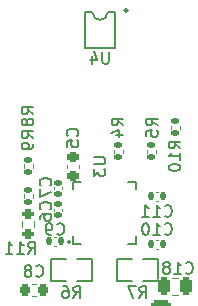
<source format=gbr>
%TF.GenerationSoftware,KiCad,Pcbnew,8.0.8*%
%TF.CreationDate,2025-03-27T14:33:37-07:00*%
%TF.ProjectId,pepper_stepper,70657070-6572-45f7-9374-65707065722e,rev?*%
%TF.SameCoordinates,Original*%
%TF.FileFunction,Legend,Bot*%
%TF.FilePolarity,Positive*%
%FSLAX46Y46*%
G04 Gerber Fmt 4.6, Leading zero omitted, Abs format (unit mm)*
G04 Created by KiCad (PCBNEW 8.0.8) date 2025-03-27 14:33:37*
%MOMM*%
%LPD*%
G01*
G04 APERTURE LIST*
G04 Aperture macros list*
%AMRoundRect*
0 Rectangle with rounded corners*
0 $1 Rounding radius*
0 $2 $3 $4 $5 $6 $7 $8 $9 X,Y pos of 4 corners*
0 Add a 4 corners polygon primitive as box body*
4,1,4,$2,$3,$4,$5,$6,$7,$8,$9,$2,$3,0*
0 Add four circle primitives for the rounded corners*
1,1,$1+$1,$2,$3*
1,1,$1+$1,$4,$5*
1,1,$1+$1,$6,$7*
1,1,$1+$1,$8,$9*
0 Add four rect primitives between the rounded corners*
20,1,$1+$1,$2,$3,$4,$5,0*
20,1,$1+$1,$4,$5,$6,$7,0*
20,1,$1+$1,$6,$7,$8,$9,0*
20,1,$1+$1,$8,$9,$2,$3,0*%
G04 Aperture macros list end*
%ADD10C,0.150000*%
%ADD11C,0.120000*%
%ADD12C,0.240000*%
%ADD13C,0.200000*%
%ADD14C,0.300000*%
%ADD15R,1.400000X1.400000*%
%ADD16C,1.400000*%
%ADD17RoundRect,0.250000X0.600000X0.725000X-0.600000X0.725000X-0.600000X-0.725000X0.600000X-0.725000X0*%
%ADD18O,1.700000X1.950000*%
%ADD19O,1.100000X1.700000*%
%ADD20RoundRect,0.250000X-0.250000X-0.475000X0.250000X-0.475000X0.250000X0.475000X-0.250000X0.475000X0*%
%ADD21RoundRect,0.140000X-0.140000X-0.170000X0.140000X-0.170000X0.140000X0.170000X-0.140000X0.170000X0*%
%ADD22R,1.130000X1.380000*%
%ADD23RoundRect,0.135000X-0.185000X0.135000X-0.185000X-0.135000X0.185000X-0.135000X0.185000X0.135000X0*%
%ADD24RoundRect,0.140000X0.170000X-0.140000X0.170000X0.140000X-0.170000X0.140000X-0.170000X-0.140000X0*%
%ADD25RoundRect,0.225000X0.225000X0.250000X-0.225000X0.250000X-0.225000X-0.250000X0.225000X-0.250000X0*%
%ADD26RoundRect,0.200000X0.275000X-0.200000X0.275000X0.200000X-0.275000X0.200000X-0.275000X-0.200000X0*%
%ADD27R,1.400000X0.410000*%
%ADD28RoundRect,0.135000X0.185000X-0.135000X0.185000X0.135000X-0.185000X0.135000X-0.185000X-0.135000X0*%
%ADD29O,0.900000X0.280000*%
%ADD30O,0.280000X0.900000*%
%ADD31R,3.500000X3.500000*%
%ADD32RoundRect,0.225000X0.250000X-0.225000X0.250000X0.225000X-0.250000X0.225000X-0.250000X-0.225000X0*%
%ADD33RoundRect,0.140000X0.140000X0.170000X-0.140000X0.170000X-0.140000X-0.170000X0.140000X-0.170000X0*%
G04 APERTURE END LIST*
D10*
X116212857Y-62589580D02*
X116260476Y-62637200D01*
X116260476Y-62637200D02*
X116403333Y-62684819D01*
X116403333Y-62684819D02*
X116498571Y-62684819D01*
X116498571Y-62684819D02*
X116641428Y-62637200D01*
X116641428Y-62637200D02*
X116736666Y-62541961D01*
X116736666Y-62541961D02*
X116784285Y-62446723D01*
X116784285Y-62446723D02*
X116831904Y-62256247D01*
X116831904Y-62256247D02*
X116831904Y-62113390D01*
X116831904Y-62113390D02*
X116784285Y-61922914D01*
X116784285Y-61922914D02*
X116736666Y-61827676D01*
X116736666Y-61827676D02*
X116641428Y-61732438D01*
X116641428Y-61732438D02*
X116498571Y-61684819D01*
X116498571Y-61684819D02*
X116403333Y-61684819D01*
X116403333Y-61684819D02*
X116260476Y-61732438D01*
X116260476Y-61732438D02*
X116212857Y-61780057D01*
X115260476Y-62684819D02*
X115831904Y-62684819D01*
X115546190Y-62684819D02*
X115546190Y-61684819D01*
X115546190Y-61684819D02*
X115641428Y-61827676D01*
X115641428Y-61827676D02*
X115736666Y-61922914D01*
X115736666Y-61922914D02*
X115831904Y-61970533D01*
X114689047Y-62113390D02*
X114784285Y-62065771D01*
X114784285Y-62065771D02*
X114831904Y-62018152D01*
X114831904Y-62018152D02*
X114879523Y-61922914D01*
X114879523Y-61922914D02*
X114879523Y-61875295D01*
X114879523Y-61875295D02*
X114831904Y-61780057D01*
X114831904Y-61780057D02*
X114784285Y-61732438D01*
X114784285Y-61732438D02*
X114689047Y-61684819D01*
X114689047Y-61684819D02*
X114498571Y-61684819D01*
X114498571Y-61684819D02*
X114403333Y-61732438D01*
X114403333Y-61732438D02*
X114355714Y-61780057D01*
X114355714Y-61780057D02*
X114308095Y-61875295D01*
X114308095Y-61875295D02*
X114308095Y-61922914D01*
X114308095Y-61922914D02*
X114355714Y-62018152D01*
X114355714Y-62018152D02*
X114403333Y-62065771D01*
X114403333Y-62065771D02*
X114498571Y-62113390D01*
X114498571Y-62113390D02*
X114689047Y-62113390D01*
X114689047Y-62113390D02*
X114784285Y-62161009D01*
X114784285Y-62161009D02*
X114831904Y-62208628D01*
X114831904Y-62208628D02*
X114879523Y-62303866D01*
X114879523Y-62303866D02*
X114879523Y-62494342D01*
X114879523Y-62494342D02*
X114831904Y-62589580D01*
X114831904Y-62589580D02*
X114784285Y-62637200D01*
X114784285Y-62637200D02*
X114689047Y-62684819D01*
X114689047Y-62684819D02*
X114498571Y-62684819D01*
X114498571Y-62684819D02*
X114403333Y-62637200D01*
X114403333Y-62637200D02*
X114355714Y-62589580D01*
X114355714Y-62589580D02*
X114308095Y-62494342D01*
X114308095Y-62494342D02*
X114308095Y-62303866D01*
X114308095Y-62303866D02*
X114355714Y-62208628D01*
X114355714Y-62208628D02*
X114403333Y-62161009D01*
X114403333Y-62161009D02*
X114498571Y-62113390D01*
X105322666Y-59287580D02*
X105370285Y-59335200D01*
X105370285Y-59335200D02*
X105513142Y-59382819D01*
X105513142Y-59382819D02*
X105608380Y-59382819D01*
X105608380Y-59382819D02*
X105751237Y-59335200D01*
X105751237Y-59335200D02*
X105846475Y-59239961D01*
X105846475Y-59239961D02*
X105894094Y-59144723D01*
X105894094Y-59144723D02*
X105941713Y-58954247D01*
X105941713Y-58954247D02*
X105941713Y-58811390D01*
X105941713Y-58811390D02*
X105894094Y-58620914D01*
X105894094Y-58620914D02*
X105846475Y-58525676D01*
X105846475Y-58525676D02*
X105751237Y-58430438D01*
X105751237Y-58430438D02*
X105608380Y-58382819D01*
X105608380Y-58382819D02*
X105513142Y-58382819D01*
X105513142Y-58382819D02*
X105370285Y-58430438D01*
X105370285Y-58430438D02*
X105322666Y-58478057D01*
X104846475Y-59382819D02*
X104655999Y-59382819D01*
X104655999Y-59382819D02*
X104560761Y-59335200D01*
X104560761Y-59335200D02*
X104513142Y-59287580D01*
X104513142Y-59287580D02*
X104417904Y-59144723D01*
X104417904Y-59144723D02*
X104370285Y-58954247D01*
X104370285Y-58954247D02*
X104370285Y-58573295D01*
X104370285Y-58573295D02*
X104417904Y-58478057D01*
X104417904Y-58478057D02*
X104465523Y-58430438D01*
X104465523Y-58430438D02*
X104560761Y-58382819D01*
X104560761Y-58382819D02*
X104751237Y-58382819D01*
X104751237Y-58382819D02*
X104846475Y-58430438D01*
X104846475Y-58430438D02*
X104894094Y-58478057D01*
X104894094Y-58478057D02*
X104941713Y-58573295D01*
X104941713Y-58573295D02*
X104941713Y-58811390D01*
X104941713Y-58811390D02*
X104894094Y-58906628D01*
X104894094Y-58906628D02*
X104846475Y-58954247D01*
X104846475Y-58954247D02*
X104751237Y-59001866D01*
X104751237Y-59001866D02*
X104560761Y-59001866D01*
X104560761Y-59001866D02*
X104465523Y-58954247D01*
X104465523Y-58954247D02*
X104417904Y-58906628D01*
X104417904Y-58906628D02*
X104370285Y-58811390D01*
X112307666Y-64716819D02*
X112640999Y-64240628D01*
X112879094Y-64716819D02*
X112879094Y-63716819D01*
X112879094Y-63716819D02*
X112498142Y-63716819D01*
X112498142Y-63716819D02*
X112402904Y-63764438D01*
X112402904Y-63764438D02*
X112355285Y-63812057D01*
X112355285Y-63812057D02*
X112307666Y-63907295D01*
X112307666Y-63907295D02*
X112307666Y-64050152D01*
X112307666Y-64050152D02*
X112355285Y-64145390D01*
X112355285Y-64145390D02*
X112402904Y-64193009D01*
X112402904Y-64193009D02*
X112498142Y-64240628D01*
X112498142Y-64240628D02*
X112879094Y-64240628D01*
X111974332Y-63716819D02*
X111307666Y-63716819D01*
X111307666Y-63716819D02*
X111736237Y-64716819D01*
X110944819Y-50114151D02*
X110468628Y-49780818D01*
X110944819Y-49542723D02*
X109944819Y-49542723D01*
X109944819Y-49542723D02*
X109944819Y-49923675D01*
X109944819Y-49923675D02*
X109992438Y-50018913D01*
X109992438Y-50018913D02*
X110040057Y-50066532D01*
X110040057Y-50066532D02*
X110135295Y-50114151D01*
X110135295Y-50114151D02*
X110278152Y-50114151D01*
X110278152Y-50114151D02*
X110373390Y-50066532D01*
X110373390Y-50066532D02*
X110421009Y-50018913D01*
X110421009Y-50018913D02*
X110468628Y-49923675D01*
X110468628Y-49923675D02*
X110468628Y-49542723D01*
X110278152Y-50971294D02*
X110944819Y-50971294D01*
X109897200Y-50733199D02*
X110611485Y-50495104D01*
X110611485Y-50495104D02*
X110611485Y-51114151D01*
X114434857Y-57763580D02*
X114482476Y-57811200D01*
X114482476Y-57811200D02*
X114625333Y-57858819D01*
X114625333Y-57858819D02*
X114720571Y-57858819D01*
X114720571Y-57858819D02*
X114863428Y-57811200D01*
X114863428Y-57811200D02*
X114958666Y-57715961D01*
X114958666Y-57715961D02*
X115006285Y-57620723D01*
X115006285Y-57620723D02*
X115053904Y-57430247D01*
X115053904Y-57430247D02*
X115053904Y-57287390D01*
X115053904Y-57287390D02*
X115006285Y-57096914D01*
X115006285Y-57096914D02*
X114958666Y-57001676D01*
X114958666Y-57001676D02*
X114863428Y-56906438D01*
X114863428Y-56906438D02*
X114720571Y-56858819D01*
X114720571Y-56858819D02*
X114625333Y-56858819D01*
X114625333Y-56858819D02*
X114482476Y-56906438D01*
X114482476Y-56906438D02*
X114434857Y-56954057D01*
X113482476Y-57858819D02*
X114053904Y-57858819D01*
X113768190Y-57858819D02*
X113768190Y-56858819D01*
X113768190Y-56858819D02*
X113863428Y-57001676D01*
X113863428Y-57001676D02*
X113958666Y-57096914D01*
X113958666Y-57096914D02*
X114053904Y-57144533D01*
X112530095Y-57858819D02*
X113101523Y-57858819D01*
X112815809Y-57858819D02*
X112815809Y-56858819D01*
X112815809Y-56858819D02*
X112911047Y-57001676D01*
X112911047Y-57001676D02*
X113006285Y-57096914D01*
X113006285Y-57096914D02*
X113101523Y-57144533D01*
X104753580Y-57226151D02*
X104801200Y-57178532D01*
X104801200Y-57178532D02*
X104848819Y-57035675D01*
X104848819Y-57035675D02*
X104848819Y-56940437D01*
X104848819Y-56940437D02*
X104801200Y-56797580D01*
X104801200Y-56797580D02*
X104705961Y-56702342D01*
X104705961Y-56702342D02*
X104610723Y-56654723D01*
X104610723Y-56654723D02*
X104420247Y-56607104D01*
X104420247Y-56607104D02*
X104277390Y-56607104D01*
X104277390Y-56607104D02*
X104086914Y-56654723D01*
X104086914Y-56654723D02*
X103991676Y-56702342D01*
X103991676Y-56702342D02*
X103896438Y-56797580D01*
X103896438Y-56797580D02*
X103848819Y-56940437D01*
X103848819Y-56940437D02*
X103848819Y-57035675D01*
X103848819Y-57035675D02*
X103896438Y-57178532D01*
X103896438Y-57178532D02*
X103944057Y-57226151D01*
X103848819Y-58083294D02*
X103848819Y-57892818D01*
X103848819Y-57892818D02*
X103896438Y-57797580D01*
X103896438Y-57797580D02*
X103944057Y-57749961D01*
X103944057Y-57749961D02*
X104086914Y-57654723D01*
X104086914Y-57654723D02*
X104277390Y-57607104D01*
X104277390Y-57607104D02*
X104658342Y-57607104D01*
X104658342Y-57607104D02*
X104753580Y-57654723D01*
X104753580Y-57654723D02*
X104801200Y-57702342D01*
X104801200Y-57702342D02*
X104848819Y-57797580D01*
X104848819Y-57797580D02*
X104848819Y-57988056D01*
X104848819Y-57988056D02*
X104801200Y-58083294D01*
X104801200Y-58083294D02*
X104753580Y-58130913D01*
X104753580Y-58130913D02*
X104658342Y-58178532D01*
X104658342Y-58178532D02*
X104420247Y-58178532D01*
X104420247Y-58178532D02*
X104325009Y-58130913D01*
X104325009Y-58130913D02*
X104277390Y-58083294D01*
X104277390Y-58083294D02*
X104229771Y-57988056D01*
X104229771Y-57988056D02*
X104229771Y-57797580D01*
X104229771Y-57797580D02*
X104277390Y-57702342D01*
X104277390Y-57702342D02*
X104325009Y-57654723D01*
X104325009Y-57654723D02*
X104420247Y-57607104D01*
X103544666Y-62843580D02*
X103592285Y-62891200D01*
X103592285Y-62891200D02*
X103735142Y-62938819D01*
X103735142Y-62938819D02*
X103830380Y-62938819D01*
X103830380Y-62938819D02*
X103973237Y-62891200D01*
X103973237Y-62891200D02*
X104068475Y-62795961D01*
X104068475Y-62795961D02*
X104116094Y-62700723D01*
X104116094Y-62700723D02*
X104163713Y-62510247D01*
X104163713Y-62510247D02*
X104163713Y-62367390D01*
X104163713Y-62367390D02*
X104116094Y-62176914D01*
X104116094Y-62176914D02*
X104068475Y-62081676D01*
X104068475Y-62081676D02*
X103973237Y-61986438D01*
X103973237Y-61986438D02*
X103830380Y-61938819D01*
X103830380Y-61938819D02*
X103735142Y-61938819D01*
X103735142Y-61938819D02*
X103592285Y-61986438D01*
X103592285Y-61986438D02*
X103544666Y-62034057D01*
X102973237Y-62367390D02*
X103068475Y-62319771D01*
X103068475Y-62319771D02*
X103116094Y-62272152D01*
X103116094Y-62272152D02*
X103163713Y-62176914D01*
X103163713Y-62176914D02*
X103163713Y-62129295D01*
X103163713Y-62129295D02*
X103116094Y-62034057D01*
X103116094Y-62034057D02*
X103068475Y-61986438D01*
X103068475Y-61986438D02*
X102973237Y-61938819D01*
X102973237Y-61938819D02*
X102782761Y-61938819D01*
X102782761Y-61938819D02*
X102687523Y-61986438D01*
X102687523Y-61986438D02*
X102639904Y-62034057D01*
X102639904Y-62034057D02*
X102592285Y-62129295D01*
X102592285Y-62129295D02*
X102592285Y-62176914D01*
X102592285Y-62176914D02*
X102639904Y-62272152D01*
X102639904Y-62272152D02*
X102687523Y-62319771D01*
X102687523Y-62319771D02*
X102782761Y-62367390D01*
X102782761Y-62367390D02*
X102973237Y-62367390D01*
X102973237Y-62367390D02*
X103068475Y-62415009D01*
X103068475Y-62415009D02*
X103116094Y-62462628D01*
X103116094Y-62462628D02*
X103163713Y-62557866D01*
X103163713Y-62557866D02*
X103163713Y-62748342D01*
X103163713Y-62748342D02*
X103116094Y-62843580D01*
X103116094Y-62843580D02*
X103068475Y-62891200D01*
X103068475Y-62891200D02*
X102973237Y-62938819D01*
X102973237Y-62938819D02*
X102782761Y-62938819D01*
X102782761Y-62938819D02*
X102687523Y-62891200D01*
X102687523Y-62891200D02*
X102639904Y-62843580D01*
X102639904Y-62843580D02*
X102592285Y-62748342D01*
X102592285Y-62748342D02*
X102592285Y-62557866D01*
X102592285Y-62557866D02*
X102639904Y-62462628D01*
X102639904Y-62462628D02*
X102687523Y-62415009D01*
X102687523Y-62415009D02*
X102782761Y-62367390D01*
X115770819Y-52062142D02*
X115294628Y-51728809D01*
X115770819Y-51490714D02*
X114770819Y-51490714D01*
X114770819Y-51490714D02*
X114770819Y-51871666D01*
X114770819Y-51871666D02*
X114818438Y-51966904D01*
X114818438Y-51966904D02*
X114866057Y-52014523D01*
X114866057Y-52014523D02*
X114961295Y-52062142D01*
X114961295Y-52062142D02*
X115104152Y-52062142D01*
X115104152Y-52062142D02*
X115199390Y-52014523D01*
X115199390Y-52014523D02*
X115247009Y-51966904D01*
X115247009Y-51966904D02*
X115294628Y-51871666D01*
X115294628Y-51871666D02*
X115294628Y-51490714D01*
X115770819Y-53014523D02*
X115770819Y-52443095D01*
X115770819Y-52728809D02*
X114770819Y-52728809D01*
X114770819Y-52728809D02*
X114913676Y-52633571D01*
X114913676Y-52633571D02*
X115008914Y-52538333D01*
X115008914Y-52538333D02*
X115056533Y-52443095D01*
X114770819Y-53633571D02*
X114770819Y-53728809D01*
X114770819Y-53728809D02*
X114818438Y-53824047D01*
X114818438Y-53824047D02*
X114866057Y-53871666D01*
X114866057Y-53871666D02*
X114961295Y-53919285D01*
X114961295Y-53919285D02*
X115151771Y-53966904D01*
X115151771Y-53966904D02*
X115389866Y-53966904D01*
X115389866Y-53966904D02*
X115580342Y-53919285D01*
X115580342Y-53919285D02*
X115675580Y-53871666D01*
X115675580Y-53871666D02*
X115723200Y-53824047D01*
X115723200Y-53824047D02*
X115770819Y-53728809D01*
X115770819Y-53728809D02*
X115770819Y-53633571D01*
X115770819Y-53633571D02*
X115723200Y-53538333D01*
X115723200Y-53538333D02*
X115675580Y-53490714D01*
X115675580Y-53490714D02*
X115580342Y-53443095D01*
X115580342Y-53443095D02*
X115389866Y-53395476D01*
X115389866Y-53395476D02*
X115151771Y-53395476D01*
X115151771Y-53395476D02*
X114961295Y-53443095D01*
X114961295Y-53443095D02*
X114866057Y-53490714D01*
X114866057Y-53490714D02*
X114818438Y-53538333D01*
X114818438Y-53538333D02*
X114770819Y-53633571D01*
X113865819Y-50125333D02*
X113389628Y-49792000D01*
X113865819Y-49553905D02*
X112865819Y-49553905D01*
X112865819Y-49553905D02*
X112865819Y-49934857D01*
X112865819Y-49934857D02*
X112913438Y-50030095D01*
X112913438Y-50030095D02*
X112961057Y-50077714D01*
X112961057Y-50077714D02*
X113056295Y-50125333D01*
X113056295Y-50125333D02*
X113199152Y-50125333D01*
X113199152Y-50125333D02*
X113294390Y-50077714D01*
X113294390Y-50077714D02*
X113342009Y-50030095D01*
X113342009Y-50030095D02*
X113389628Y-49934857D01*
X113389628Y-49934857D02*
X113389628Y-49553905D01*
X112865819Y-51030095D02*
X112865819Y-50553905D01*
X112865819Y-50553905D02*
X113342009Y-50506286D01*
X113342009Y-50506286D02*
X113294390Y-50553905D01*
X113294390Y-50553905D02*
X113246771Y-50649143D01*
X113246771Y-50649143D02*
X113246771Y-50887238D01*
X113246771Y-50887238D02*
X113294390Y-50982476D01*
X113294390Y-50982476D02*
X113342009Y-51030095D01*
X113342009Y-51030095D02*
X113437247Y-51077714D01*
X113437247Y-51077714D02*
X113675342Y-51077714D01*
X113675342Y-51077714D02*
X113770580Y-51030095D01*
X113770580Y-51030095D02*
X113818200Y-50982476D01*
X113818200Y-50982476D02*
X113865819Y-50887238D01*
X113865819Y-50887238D02*
X113865819Y-50649143D01*
X113865819Y-50649143D02*
X113818200Y-50553905D01*
X113818200Y-50553905D02*
X113770580Y-50506286D01*
X103324819Y-51204333D02*
X102848628Y-50871000D01*
X103324819Y-50632905D02*
X102324819Y-50632905D01*
X102324819Y-50632905D02*
X102324819Y-51013857D01*
X102324819Y-51013857D02*
X102372438Y-51109095D01*
X102372438Y-51109095D02*
X102420057Y-51156714D01*
X102420057Y-51156714D02*
X102515295Y-51204333D01*
X102515295Y-51204333D02*
X102658152Y-51204333D01*
X102658152Y-51204333D02*
X102753390Y-51156714D01*
X102753390Y-51156714D02*
X102801009Y-51109095D01*
X102801009Y-51109095D02*
X102848628Y-51013857D01*
X102848628Y-51013857D02*
X102848628Y-50632905D01*
X103324819Y-51680524D02*
X103324819Y-51871000D01*
X103324819Y-51871000D02*
X103277200Y-51966238D01*
X103277200Y-51966238D02*
X103229580Y-52013857D01*
X103229580Y-52013857D02*
X103086723Y-52109095D01*
X103086723Y-52109095D02*
X102896247Y-52156714D01*
X102896247Y-52156714D02*
X102515295Y-52156714D01*
X102515295Y-52156714D02*
X102420057Y-52109095D01*
X102420057Y-52109095D02*
X102372438Y-52061476D01*
X102372438Y-52061476D02*
X102324819Y-51966238D01*
X102324819Y-51966238D02*
X102324819Y-51775762D01*
X102324819Y-51775762D02*
X102372438Y-51680524D01*
X102372438Y-51680524D02*
X102420057Y-51632905D01*
X102420057Y-51632905D02*
X102515295Y-51585286D01*
X102515295Y-51585286D02*
X102753390Y-51585286D01*
X102753390Y-51585286D02*
X102848628Y-51632905D01*
X102848628Y-51632905D02*
X102896247Y-51680524D01*
X102896247Y-51680524D02*
X102943866Y-51775762D01*
X102943866Y-51775762D02*
X102943866Y-51966238D01*
X102943866Y-51966238D02*
X102896247Y-52061476D01*
X102896247Y-52061476D02*
X102848628Y-52109095D01*
X102848628Y-52109095D02*
X102753390Y-52156714D01*
X102877857Y-60969819D02*
X103211190Y-60493628D01*
X103449285Y-60969819D02*
X103449285Y-59969819D01*
X103449285Y-59969819D02*
X103068333Y-59969819D01*
X103068333Y-59969819D02*
X102973095Y-60017438D01*
X102973095Y-60017438D02*
X102925476Y-60065057D01*
X102925476Y-60065057D02*
X102877857Y-60160295D01*
X102877857Y-60160295D02*
X102877857Y-60303152D01*
X102877857Y-60303152D02*
X102925476Y-60398390D01*
X102925476Y-60398390D02*
X102973095Y-60446009D01*
X102973095Y-60446009D02*
X103068333Y-60493628D01*
X103068333Y-60493628D02*
X103449285Y-60493628D01*
X101925476Y-60969819D02*
X102496904Y-60969819D01*
X102211190Y-60969819D02*
X102211190Y-59969819D01*
X102211190Y-59969819D02*
X102306428Y-60112676D01*
X102306428Y-60112676D02*
X102401666Y-60207914D01*
X102401666Y-60207914D02*
X102496904Y-60255533D01*
X100973095Y-60969819D02*
X101544523Y-60969819D01*
X101258809Y-60969819D02*
X101258809Y-59969819D01*
X101258809Y-59969819D02*
X101354047Y-60112676D01*
X101354047Y-60112676D02*
X101449285Y-60207914D01*
X101449285Y-60207914D02*
X101544523Y-60255533D01*
X109727904Y-43893637D02*
X109727904Y-44703160D01*
X109727904Y-44703160D02*
X109680285Y-44798398D01*
X109680285Y-44798398D02*
X109632666Y-44846018D01*
X109632666Y-44846018D02*
X109537428Y-44893637D01*
X109537428Y-44893637D02*
X109346952Y-44893637D01*
X109346952Y-44893637D02*
X109251714Y-44846018D01*
X109251714Y-44846018D02*
X109204095Y-44798398D01*
X109204095Y-44798398D02*
X109156476Y-44703160D01*
X109156476Y-44703160D02*
X109156476Y-43893637D01*
X108251714Y-44226970D02*
X108251714Y-44893637D01*
X108489809Y-43846018D02*
X108727904Y-44560303D01*
X108727904Y-44560303D02*
X108108857Y-44560303D01*
X106719666Y-64716819D02*
X107052999Y-64240628D01*
X107291094Y-64716819D02*
X107291094Y-63716819D01*
X107291094Y-63716819D02*
X106910142Y-63716819D01*
X106910142Y-63716819D02*
X106814904Y-63764438D01*
X106814904Y-63764438D02*
X106767285Y-63812057D01*
X106767285Y-63812057D02*
X106719666Y-63907295D01*
X106719666Y-63907295D02*
X106719666Y-64050152D01*
X106719666Y-64050152D02*
X106767285Y-64145390D01*
X106767285Y-64145390D02*
X106814904Y-64193009D01*
X106814904Y-64193009D02*
X106910142Y-64240628D01*
X106910142Y-64240628D02*
X107291094Y-64240628D01*
X105862523Y-63716819D02*
X106052999Y-63716819D01*
X106052999Y-63716819D02*
X106148237Y-63764438D01*
X106148237Y-63764438D02*
X106195856Y-63812057D01*
X106195856Y-63812057D02*
X106291094Y-63954914D01*
X106291094Y-63954914D02*
X106338713Y-64145390D01*
X106338713Y-64145390D02*
X106338713Y-64526342D01*
X106338713Y-64526342D02*
X106291094Y-64621580D01*
X106291094Y-64621580D02*
X106243475Y-64669200D01*
X106243475Y-64669200D02*
X106148237Y-64716819D01*
X106148237Y-64716819D02*
X105957761Y-64716819D01*
X105957761Y-64716819D02*
X105862523Y-64669200D01*
X105862523Y-64669200D02*
X105814904Y-64621580D01*
X105814904Y-64621580D02*
X105767285Y-64526342D01*
X105767285Y-64526342D02*
X105767285Y-64288247D01*
X105767285Y-64288247D02*
X105814904Y-64193009D01*
X105814904Y-64193009D02*
X105862523Y-64145390D01*
X105862523Y-64145390D02*
X105957761Y-64097771D01*
X105957761Y-64097771D02*
X106148237Y-64097771D01*
X106148237Y-64097771D02*
X106243475Y-64145390D01*
X106243475Y-64145390D02*
X106291094Y-64193009D01*
X106291094Y-64193009D02*
X106338713Y-64288247D01*
X104753580Y-55194151D02*
X104801200Y-55146532D01*
X104801200Y-55146532D02*
X104848819Y-55003675D01*
X104848819Y-55003675D02*
X104848819Y-54908437D01*
X104848819Y-54908437D02*
X104801200Y-54765580D01*
X104801200Y-54765580D02*
X104705961Y-54670342D01*
X104705961Y-54670342D02*
X104610723Y-54622723D01*
X104610723Y-54622723D02*
X104420247Y-54575104D01*
X104420247Y-54575104D02*
X104277390Y-54575104D01*
X104277390Y-54575104D02*
X104086914Y-54622723D01*
X104086914Y-54622723D02*
X103991676Y-54670342D01*
X103991676Y-54670342D02*
X103896438Y-54765580D01*
X103896438Y-54765580D02*
X103848819Y-54908437D01*
X103848819Y-54908437D02*
X103848819Y-55003675D01*
X103848819Y-55003675D02*
X103896438Y-55146532D01*
X103896438Y-55146532D02*
X103944057Y-55194151D01*
X103848819Y-55527485D02*
X103848819Y-56194151D01*
X103848819Y-56194151D02*
X104848819Y-55765580D01*
X103324819Y-49172333D02*
X102848628Y-48839000D01*
X103324819Y-48600905D02*
X102324819Y-48600905D01*
X102324819Y-48600905D02*
X102324819Y-48981857D01*
X102324819Y-48981857D02*
X102372438Y-49077095D01*
X102372438Y-49077095D02*
X102420057Y-49124714D01*
X102420057Y-49124714D02*
X102515295Y-49172333D01*
X102515295Y-49172333D02*
X102658152Y-49172333D01*
X102658152Y-49172333D02*
X102753390Y-49124714D01*
X102753390Y-49124714D02*
X102801009Y-49077095D01*
X102801009Y-49077095D02*
X102848628Y-48981857D01*
X102848628Y-48981857D02*
X102848628Y-48600905D01*
X102753390Y-49743762D02*
X102705771Y-49648524D01*
X102705771Y-49648524D02*
X102658152Y-49600905D01*
X102658152Y-49600905D02*
X102562914Y-49553286D01*
X102562914Y-49553286D02*
X102515295Y-49553286D01*
X102515295Y-49553286D02*
X102420057Y-49600905D01*
X102420057Y-49600905D02*
X102372438Y-49648524D01*
X102372438Y-49648524D02*
X102324819Y-49743762D01*
X102324819Y-49743762D02*
X102324819Y-49934238D01*
X102324819Y-49934238D02*
X102372438Y-50029476D01*
X102372438Y-50029476D02*
X102420057Y-50077095D01*
X102420057Y-50077095D02*
X102515295Y-50124714D01*
X102515295Y-50124714D02*
X102562914Y-50124714D01*
X102562914Y-50124714D02*
X102658152Y-50077095D01*
X102658152Y-50077095D02*
X102705771Y-50029476D01*
X102705771Y-50029476D02*
X102753390Y-49934238D01*
X102753390Y-49934238D02*
X102753390Y-49743762D01*
X102753390Y-49743762D02*
X102801009Y-49648524D01*
X102801009Y-49648524D02*
X102848628Y-49600905D01*
X102848628Y-49600905D02*
X102943866Y-49553286D01*
X102943866Y-49553286D02*
X103134342Y-49553286D01*
X103134342Y-49553286D02*
X103229580Y-49600905D01*
X103229580Y-49600905D02*
X103277200Y-49648524D01*
X103277200Y-49648524D02*
X103324819Y-49743762D01*
X103324819Y-49743762D02*
X103324819Y-49934238D01*
X103324819Y-49934238D02*
X103277200Y-50029476D01*
X103277200Y-50029476D02*
X103229580Y-50077095D01*
X103229580Y-50077095D02*
X103134342Y-50124714D01*
X103134342Y-50124714D02*
X102943866Y-50124714D01*
X102943866Y-50124714D02*
X102848628Y-50077095D01*
X102848628Y-50077095D02*
X102801009Y-50029476D01*
X102801009Y-50029476D02*
X102753390Y-49934238D01*
X108420819Y-52832095D02*
X109230342Y-52832095D01*
X109230342Y-52832095D02*
X109325580Y-52879714D01*
X109325580Y-52879714D02*
X109373200Y-52927333D01*
X109373200Y-52927333D02*
X109420819Y-53022571D01*
X109420819Y-53022571D02*
X109420819Y-53213047D01*
X109420819Y-53213047D02*
X109373200Y-53308285D01*
X109373200Y-53308285D02*
X109325580Y-53355904D01*
X109325580Y-53355904D02*
X109230342Y-53403523D01*
X109230342Y-53403523D02*
X108420819Y-53403523D01*
X108420819Y-53784476D02*
X108420819Y-54403523D01*
X108420819Y-54403523D02*
X108801771Y-54070190D01*
X108801771Y-54070190D02*
X108801771Y-54213047D01*
X108801771Y-54213047D02*
X108849390Y-54308285D01*
X108849390Y-54308285D02*
X108897009Y-54355904D01*
X108897009Y-54355904D02*
X108992247Y-54403523D01*
X108992247Y-54403523D02*
X109230342Y-54403523D01*
X109230342Y-54403523D02*
X109325580Y-54355904D01*
X109325580Y-54355904D02*
X109373200Y-54308285D01*
X109373200Y-54308285D02*
X109420819Y-54213047D01*
X109420819Y-54213047D02*
X109420819Y-53927333D01*
X109420819Y-53927333D02*
X109373200Y-53832095D01*
X109373200Y-53832095D02*
X109325580Y-53784476D01*
X107039580Y-51014333D02*
X107087200Y-50966714D01*
X107087200Y-50966714D02*
X107134819Y-50823857D01*
X107134819Y-50823857D02*
X107134819Y-50728619D01*
X107134819Y-50728619D02*
X107087200Y-50585762D01*
X107087200Y-50585762D02*
X106991961Y-50490524D01*
X106991961Y-50490524D02*
X106896723Y-50442905D01*
X106896723Y-50442905D02*
X106706247Y-50395286D01*
X106706247Y-50395286D02*
X106563390Y-50395286D01*
X106563390Y-50395286D02*
X106372914Y-50442905D01*
X106372914Y-50442905D02*
X106277676Y-50490524D01*
X106277676Y-50490524D02*
X106182438Y-50585762D01*
X106182438Y-50585762D02*
X106134819Y-50728619D01*
X106134819Y-50728619D02*
X106134819Y-50823857D01*
X106134819Y-50823857D02*
X106182438Y-50966714D01*
X106182438Y-50966714D02*
X106230057Y-51014333D01*
X106134819Y-51919095D02*
X106134819Y-51442905D01*
X106134819Y-51442905D02*
X106611009Y-51395286D01*
X106611009Y-51395286D02*
X106563390Y-51442905D01*
X106563390Y-51442905D02*
X106515771Y-51538143D01*
X106515771Y-51538143D02*
X106515771Y-51776238D01*
X106515771Y-51776238D02*
X106563390Y-51871476D01*
X106563390Y-51871476D02*
X106611009Y-51919095D01*
X106611009Y-51919095D02*
X106706247Y-51966714D01*
X106706247Y-51966714D02*
X106944342Y-51966714D01*
X106944342Y-51966714D02*
X107039580Y-51919095D01*
X107039580Y-51919095D02*
X107087200Y-51871476D01*
X107087200Y-51871476D02*
X107134819Y-51776238D01*
X107134819Y-51776238D02*
X107134819Y-51538143D01*
X107134819Y-51538143D02*
X107087200Y-51442905D01*
X107087200Y-51442905D02*
X107039580Y-51395286D01*
X114434857Y-59287580D02*
X114482476Y-59335200D01*
X114482476Y-59335200D02*
X114625333Y-59382819D01*
X114625333Y-59382819D02*
X114720571Y-59382819D01*
X114720571Y-59382819D02*
X114863428Y-59335200D01*
X114863428Y-59335200D02*
X114958666Y-59239961D01*
X114958666Y-59239961D02*
X115006285Y-59144723D01*
X115006285Y-59144723D02*
X115053904Y-58954247D01*
X115053904Y-58954247D02*
X115053904Y-58811390D01*
X115053904Y-58811390D02*
X115006285Y-58620914D01*
X115006285Y-58620914D02*
X114958666Y-58525676D01*
X114958666Y-58525676D02*
X114863428Y-58430438D01*
X114863428Y-58430438D02*
X114720571Y-58382819D01*
X114720571Y-58382819D02*
X114625333Y-58382819D01*
X114625333Y-58382819D02*
X114482476Y-58430438D01*
X114482476Y-58430438D02*
X114434857Y-58478057D01*
X113482476Y-59382819D02*
X114053904Y-59382819D01*
X113768190Y-59382819D02*
X113768190Y-58382819D01*
X113768190Y-58382819D02*
X113863428Y-58525676D01*
X113863428Y-58525676D02*
X113958666Y-58620914D01*
X113958666Y-58620914D02*
X114053904Y-58668533D01*
X112863428Y-58382819D02*
X112768190Y-58382819D01*
X112768190Y-58382819D02*
X112672952Y-58430438D01*
X112672952Y-58430438D02*
X112625333Y-58478057D01*
X112625333Y-58478057D02*
X112577714Y-58573295D01*
X112577714Y-58573295D02*
X112530095Y-58763771D01*
X112530095Y-58763771D02*
X112530095Y-59001866D01*
X112530095Y-59001866D02*
X112577714Y-59192342D01*
X112577714Y-59192342D02*
X112625333Y-59287580D01*
X112625333Y-59287580D02*
X112672952Y-59335200D01*
X112672952Y-59335200D02*
X112768190Y-59382819D01*
X112768190Y-59382819D02*
X112863428Y-59382819D01*
X112863428Y-59382819D02*
X112958666Y-59335200D01*
X112958666Y-59335200D02*
X113006285Y-59287580D01*
X113006285Y-59287580D02*
X113053904Y-59192342D01*
X113053904Y-59192342D02*
X113101523Y-59001866D01*
X113101523Y-59001866D02*
X113101523Y-58763771D01*
X113101523Y-58763771D02*
X113053904Y-58573295D01*
X113053904Y-58573295D02*
X113006285Y-58478057D01*
X113006285Y-58478057D02*
X112958666Y-58430438D01*
X112958666Y-58430438D02*
X112863428Y-58382819D01*
D11*
%TO.C,C18*%
X115577252Y-63019000D02*
X115054748Y-63019000D01*
X115577252Y-64489000D02*
X115054748Y-64489000D01*
%TO.C,C9*%
X105263836Y-59584000D02*
X105048164Y-59584000D01*
X105263836Y-60304000D02*
X105048164Y-60304000D01*
D10*
%TO.C,R7*%
X110381000Y-61425818D02*
X111661000Y-61425818D01*
X110381000Y-63265818D02*
X110381000Y-61425818D01*
X111661000Y-63265818D02*
X110381000Y-63265818D01*
X112621000Y-63265818D02*
X113901000Y-63265818D01*
X113901000Y-61425818D02*
X112621000Y-61425818D01*
X113901000Y-63265818D02*
X113901000Y-61425818D01*
D11*
%TO.C,R4*%
X110110000Y-52466459D02*
X110110000Y-52159177D01*
X110870000Y-52466459D02*
X110870000Y-52159177D01*
%TO.C,C11*%
X113899836Y-55774000D02*
X113684164Y-55774000D01*
X113899836Y-56494000D02*
X113684164Y-56494000D01*
%TO.C,C6*%
X105050000Y-57157982D02*
X105050000Y-57373654D01*
X105770000Y-57157982D02*
X105770000Y-57373654D01*
%TO.C,C8*%
X103237420Y-63517064D02*
X103518580Y-63517064D01*
X103237420Y-64537064D02*
X103518580Y-64537064D01*
%TO.C,R10*%
X114936000Y-50445641D02*
X114936000Y-50138359D01*
X115696000Y-50445641D02*
X115696000Y-50138359D01*
%TO.C,R5*%
X112904000Y-52477641D02*
X112904000Y-52170359D01*
X113664000Y-52477641D02*
X113664000Y-52170359D01*
%TO.C,R9*%
X102490000Y-56223641D02*
X102490000Y-55916359D01*
X103250000Y-56223641D02*
X103250000Y-55916359D01*
%TO.C,R11*%
X102347500Y-58245742D02*
X102347500Y-58720258D01*
X103392500Y-58245742D02*
X103392500Y-58720258D01*
D10*
%TO.C,U4*%
X107666000Y-40545818D02*
X107666000Y-43525818D01*
X107666000Y-43525818D02*
X110266000Y-43525818D01*
X108316000Y-40545818D02*
X107666000Y-40545818D01*
X110266000Y-40545818D02*
X109616000Y-40545818D01*
X110266000Y-43525818D02*
X110266000Y-40545818D01*
X109616000Y-40545818D02*
G75*
G02*
X108316000Y-40545818I-650000J0D01*
G01*
D12*
X111286000Y-40375818D02*
G75*
G02*
X111046000Y-40375818I-120000J0D01*
G01*
X111046000Y-40375818D02*
G75*
G02*
X111286000Y-40375818I120000J0D01*
G01*
D10*
%TO.C,R6*%
X104793000Y-61425818D02*
X104793000Y-63265818D01*
X104793000Y-63265818D02*
X106073000Y-63265818D01*
X106073000Y-61425818D02*
X104793000Y-61425818D01*
X107033000Y-61425818D02*
X108313000Y-61425818D01*
X108313000Y-61425818D02*
X108313000Y-63265818D01*
X108313000Y-63265818D02*
X107033000Y-63265818D01*
D11*
%TO.C,C7*%
X105050000Y-55327982D02*
X105050000Y-55543654D01*
X105770000Y-55327982D02*
X105770000Y-55543654D01*
%TO.C,R8*%
X102490000Y-53376359D02*
X102490000Y-53683641D01*
X103250000Y-53376359D02*
X103250000Y-53683641D01*
D13*
%TO.C,U3*%
X106697000Y-54869818D02*
X106697000Y-55519818D01*
X106697000Y-60169818D02*
X106697000Y-59519818D01*
X107347000Y-54869818D02*
X106697000Y-54869818D01*
X107347000Y-60169818D02*
X106697000Y-60169818D01*
X111347000Y-60169818D02*
X111997000Y-60169818D01*
X111997000Y-54869818D02*
X111347000Y-54869818D01*
X111997000Y-55519818D02*
X111997000Y-54869818D01*
X111997000Y-60169818D02*
X111997000Y-59519818D01*
D14*
X106347001Y-59969818D02*
X106347001Y-59969818D01*
X106347001Y-59969818D01*
X106347001Y-59969818D01*
X106347001Y-59969818D01*
X106347001Y-59969818D01*
X106347001Y-59969819D01*
X106347001Y-59969819D01*
X106347001Y-59969819D01*
X106347001Y-59969819D01*
X106347001Y-59969819D01*
X106347001Y-59969819D01*
X106347001Y-59969819D01*
X106347000Y-59969819D01*
X106347000Y-59969819D01*
X106347000Y-59969819D01*
X106347000Y-59969819D01*
X106347000Y-59969819D01*
X106347000Y-59969819D01*
X106347000Y-59969819D01*
X106347000Y-59969819D01*
X106347000Y-59969819D01*
X106347000Y-59969819D01*
X106347000Y-59969819D01*
X106347000Y-59969819D01*
X106346999Y-59969819D01*
X106346999Y-59969819D01*
X106346999Y-59969819D01*
X106346999Y-59969819D01*
X106346999Y-59969819D01*
X106346999Y-59969819D01*
X106346999Y-59969818D01*
X106346999Y-59969818D01*
X106346999Y-59969818D01*
X106346999Y-59969818D01*
X106346999Y-59969818D01*
X106346999Y-59969818D01*
X106346999Y-59969818D02*
X106346999Y-59969818D01*
X106346999Y-59969818D01*
X106346999Y-59969818D01*
X106346999Y-59969818D01*
X106346999Y-59969818D01*
X106346999Y-59969818D01*
X106346999Y-59969817D01*
X106346999Y-59969817D01*
X106346999Y-59969817D01*
X106346999Y-59969817D01*
X106346999Y-59969817D01*
X106347000Y-59969817D01*
X106347000Y-59969817D01*
X106347000Y-59969817D01*
X106347000Y-59969817D01*
X106347000Y-59969817D01*
X106347000Y-59969817D01*
X106347000Y-59969817D01*
X106347000Y-59969817D01*
X106347000Y-59969817D01*
X106347000Y-59969817D01*
X106347000Y-59969817D01*
X106347000Y-59969817D01*
X106347001Y-59969817D01*
X106347001Y-59969817D01*
X106347001Y-59969817D01*
X106347001Y-59969817D01*
X106347001Y-59969817D01*
X106347001Y-59969817D01*
X106347001Y-59969818D01*
X106347001Y-59969818D01*
X106347001Y-59969818D01*
X106347001Y-59969818D01*
X106347001Y-59969818D01*
X106347001Y-59969818D01*
X106347001Y-59969818D01*
D11*
%TO.C,C5*%
X106170000Y-53453420D02*
X106170000Y-53734580D01*
X107190000Y-53453420D02*
X107190000Y-53734580D01*
%TO.C,C10*%
X113684164Y-59838000D02*
X113899836Y-59838000D01*
X113684164Y-60558000D02*
X113899836Y-60558000D01*
%TD*%
%LPC*%
D15*
%TO.C,H1*%
X101600000Y-43180000D03*
D16*
X101600000Y-45720000D03*
X101600000Y-48260000D03*
X101600000Y-50800000D03*
X101600000Y-53340000D03*
X101600000Y-55880000D03*
X101600000Y-58420000D03*
%TD*%
D17*
%TO.C,J1*%
X114140000Y-65913000D03*
D18*
X111640000Y-65913000D03*
X109140000Y-65913000D03*
X106640000Y-65913000D03*
X104140000Y-65913000D03*
%TD*%
D15*
%TO.C,H2*%
X116840000Y-43180000D03*
D16*
X116840000Y-45720000D03*
X116840000Y-48260000D03*
X116840000Y-50800000D03*
X116840000Y-53340000D03*
X116840000Y-55880000D03*
X116840000Y-58420000D03*
%TD*%
D19*
%TO.C,USB1*%
X113355200Y-43641018D03*
X113355200Y-39831018D03*
X104715200Y-43641018D03*
X104715200Y-39831018D03*
%TD*%
D20*
%TO.C,C18*%
X114366000Y-63754000D03*
X116266000Y-63754000D03*
%TD*%
D21*
%TO.C,C9*%
X104676000Y-59944000D03*
X105636000Y-59944000D03*
%TD*%
D22*
%TO.C,R7*%
X111141000Y-62345818D03*
X113141000Y-62345818D03*
%TD*%
D23*
%TO.C,R4*%
X110490000Y-51802818D03*
X110490000Y-52822818D03*
%TD*%
D21*
%TO.C,C11*%
X113312000Y-56134000D03*
X114272000Y-56134000D03*
%TD*%
D24*
%TO.C,C6*%
X105410000Y-57745818D03*
X105410000Y-56785818D03*
%TD*%
D25*
%TO.C,C8*%
X104153000Y-64027064D03*
X102603000Y-64027064D03*
%TD*%
D23*
%TO.C,R10*%
X115316000Y-49782000D03*
X115316000Y-50802000D03*
%TD*%
%TO.C,R5*%
X113284000Y-51814000D03*
X113284000Y-52834000D03*
%TD*%
%TO.C,R9*%
X102870000Y-55560000D03*
X102870000Y-56580000D03*
%TD*%
D26*
%TO.C,R11*%
X102870000Y-59308000D03*
X102870000Y-57658000D03*
%TD*%
D27*
%TO.C,U4*%
X111266000Y-41045818D03*
X111266000Y-41695818D03*
X111266000Y-42355818D03*
X111266000Y-43005818D03*
X106666000Y-43005818D03*
X106666000Y-42355818D03*
X106666000Y-41695818D03*
X106666000Y-41045818D03*
%TD*%
D22*
%TO.C,R6*%
X107553000Y-62345818D03*
X105553000Y-62345818D03*
%TD*%
D24*
%TO.C,C7*%
X105410000Y-55915818D03*
X105410000Y-54955818D03*
%TD*%
D28*
%TO.C,R8*%
X102870000Y-54040000D03*
X102870000Y-53020000D03*
%TD*%
D29*
%TO.C,U3*%
X106847000Y-59019818D03*
X106847000Y-58519818D03*
X106847000Y-58019818D03*
X106847000Y-57519818D03*
X106847000Y-57019818D03*
X106847000Y-56519818D03*
X106847000Y-56019818D03*
D30*
X107847000Y-55019818D03*
X108347000Y-55019818D03*
X108847000Y-55019818D03*
X109347000Y-55019818D03*
X109847000Y-55019818D03*
X110347000Y-55019818D03*
X110847000Y-55019818D03*
D29*
X111847000Y-56019818D03*
X111847000Y-56519818D03*
X111847000Y-57019818D03*
X111847000Y-57519818D03*
X111847000Y-58019818D03*
X111847000Y-58519818D03*
X111847000Y-59019818D03*
D30*
X110847000Y-60019818D03*
X110347000Y-60019818D03*
X109847000Y-60019818D03*
X109347000Y-60019818D03*
X108847000Y-60019818D03*
X108347000Y-60019818D03*
X107847000Y-60019818D03*
D31*
X109347000Y-57519818D03*
%TD*%
D32*
%TO.C,C5*%
X106680000Y-54369000D03*
X106680000Y-52819000D03*
%TD*%
D33*
%TO.C,C10*%
X114272000Y-60198000D03*
X113312000Y-60198000D03*
%TD*%
%LPD*%
M02*

</source>
